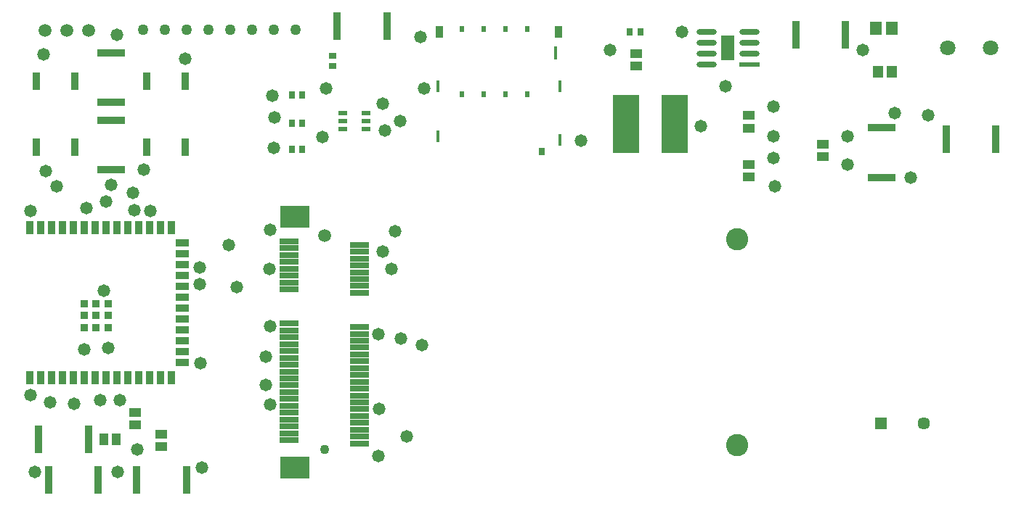
<source format=gts>
G04*
G04 #@! TF.GenerationSoftware,Altium Limited,Altium Designer,24.8.2 (39)*
G04*
G04 Layer_Color=8388736*
%FSLAX44Y44*%
%MOMM*%
G71*
G04*
G04 #@! TF.SameCoordinates,F9089647-E578-4EC2-B09E-D5C07AF86723*
G04*
G04*
G04 #@! TF.FilePolarity,Negative*
G04*
G01*
G75*
%ADD19R,0.9581X3.3062*%
%ADD20R,1.3562X1.0546*%
%ADD21R,1.0546X1.3562*%
%ADD22R,3.3062X0.9581*%
%ADD23R,0.8636X2.0066*%
%ADD24R,0.8890X0.8890*%
%ADD25R,0.8890X1.4986*%
%ADD26R,1.4986X0.8890*%
G04:AMPARAMS|DCode=27|XSize=2.3531mm|YSize=0.6221mm|CornerRadius=0.3111mm|HoleSize=0mm|Usage=FLASHONLY|Rotation=180.000|XOffset=0mm|YOffset=0mm|HoleType=Round|Shape=RoundedRectangle|*
%AMROUNDEDRECTD27*
21,1,2.3531,0.0000,0,0,180.0*
21,1,1.7310,0.6221,0,0,180.0*
1,1,0.6221,-0.8655,0.0000*
1,1,0.6221,0.8655,0.0000*
1,1,0.6221,0.8655,0.0000*
1,1,0.6221,-0.8655,0.0000*
%
%ADD27ROUNDEDRECTD27*%
%ADD31R,0.7581X0.8121*%
%ADD32R,1.4546X1.5562*%
%ADD33R,1.2546X1.4562*%
%ADD34R,0.6000X0.8000*%
%ADD35R,0.8000X0.8500*%
%ADD36R,0.4200X1.4000*%
%ADD37R,0.8700X1.4000*%
%ADD38R,0.4000X1.5000*%
%ADD39R,0.7500X0.9000*%
%ADD40R,0.9000X0.7500*%
%ADD41R,0.9779X0.6096*%
%ADD42R,2.3531X0.6221*%
%ADD43R,1.6038X2.8550*%
%ADD44R,3.0532X6.8032*%
%ADD45R,3.4032X2.5032*%
%ADD46R,2.2032X0.8032*%
%ADD47C,1.1032*%
%ADD48C,1.5032*%
%ADD49C,2.6032*%
%ADD50R,1.4500X1.4500*%
%ADD51C,1.4500*%
%ADD52C,1.8034*%
%ADD53C,1.2700*%
%ADD54C,1.4986*%
%ADD55C,1.4732*%
D19*
X23050Y77470D02*
D03*
X81090D02*
D03*
X34480Y30480D02*
D03*
X92520D02*
D03*
X137350D02*
D03*
X195390D02*
D03*
X371030Y560070D02*
D03*
X429070D02*
D03*
X1080960Y427990D02*
D03*
X1139000D02*
D03*
X905700Y549910D02*
D03*
X963740D02*
D03*
D20*
X135890Y108858D02*
D03*
Y94342D02*
D03*
X166370Y83458D02*
D03*
Y68942D02*
D03*
X720090Y513442D02*
D03*
Y527958D02*
D03*
X937260Y422548D02*
D03*
Y408032D02*
D03*
X850900Y455808D02*
D03*
Y441292D02*
D03*
Y398418D02*
D03*
Y383902D02*
D03*
D21*
X99422Y77470D02*
D03*
X113938D02*
D03*
D22*
X107950Y450660D02*
D03*
Y392620D02*
D03*
Y529400D02*
D03*
Y471360D02*
D03*
X1005840Y441770D02*
D03*
Y383730D02*
D03*
D23*
X148950Y418719D02*
D03*
X193950D02*
D03*
Y495681D02*
D03*
X148950D02*
D03*
X65680Y418719D02*
D03*
X20680D02*
D03*
Y495681D02*
D03*
X65680D02*
D03*
D24*
X104170Y222220D02*
D03*
Y236220D02*
D03*
Y208220D02*
D03*
X90170Y236220D02*
D03*
X76170D02*
D03*
X90170Y208220D02*
D03*
X76170Y222220D02*
D03*
X90170D02*
D03*
X76170Y208220D02*
D03*
D25*
X12970Y324720D02*
D03*
Y149720D02*
D03*
X25670D02*
D03*
Y324720D02*
D03*
X38370D02*
D03*
X51070D02*
D03*
X63770D02*
D03*
X76470D02*
D03*
X89170D02*
D03*
X101870D02*
D03*
X114570D02*
D03*
X127270D02*
D03*
X139970D02*
D03*
X152670D02*
D03*
X165370D02*
D03*
X178070D02*
D03*
Y149720D02*
D03*
X165370D02*
D03*
X152670D02*
D03*
X139970D02*
D03*
X127270D02*
D03*
X114570D02*
D03*
X101870D02*
D03*
X89170D02*
D03*
X76470D02*
D03*
X63770D02*
D03*
X51070D02*
D03*
X38370D02*
D03*
D26*
X190570Y307070D02*
D03*
Y294370D02*
D03*
Y281670D02*
D03*
Y268970D02*
D03*
Y256270D02*
D03*
Y243570D02*
D03*
Y230870D02*
D03*
Y218170D02*
D03*
Y205470D02*
D03*
Y192770D02*
D03*
Y180070D02*
D03*
Y167370D02*
D03*
D27*
X802004Y528320D02*
D03*
Y515620D02*
D03*
X851535Y528320D02*
D03*
Y541020D02*
D03*
Y553720D02*
D03*
X802004D02*
D03*
Y541020D02*
D03*
D31*
X712550Y553720D02*
D03*
X725090D02*
D03*
D32*
X999122Y557530D02*
D03*
X1017638D02*
D03*
D33*
X1001392Y506730D02*
D03*
X1017908D02*
D03*
D34*
X592470Y480640D02*
D03*
X567070D02*
D03*
X541670D02*
D03*
X516270D02*
D03*
X592470Y556840D02*
D03*
X567070D02*
D03*
X541670D02*
D03*
X516270D02*
D03*
D35*
X609870Y413640D02*
D03*
D36*
X631270Y427440D02*
D03*
Y490040D02*
D03*
X488970D02*
D03*
Y431440D02*
D03*
D37*
X490570Y553540D02*
D03*
X629570D02*
D03*
D38*
X625470Y528840D02*
D03*
D39*
X330470Y447200D02*
D03*
X318470D02*
D03*
Y416560D02*
D03*
X330470D02*
D03*
X318470Y480060D02*
D03*
X330470D02*
D03*
D40*
X365760Y513430D02*
D03*
Y525430D02*
D03*
D41*
X377508Y449580D02*
D03*
X404813Y459080D02*
D03*
Y449580D02*
D03*
Y440080D02*
D03*
X377508D02*
D03*
Y459080D02*
D03*
D42*
X851535Y515620D02*
D03*
D43*
X826770Y534670D02*
D03*
D44*
X708350Y445770D02*
D03*
X764850D02*
D03*
D45*
X321510Y44420D02*
D03*
Y337420D02*
D03*
D46*
X397510Y248920D02*
D03*
Y256920D02*
D03*
Y264920D02*
D03*
Y272920D02*
D03*
Y280920D02*
D03*
Y288920D02*
D03*
Y200920D02*
D03*
Y192920D02*
D03*
Y184920D02*
D03*
Y168920D02*
D03*
Y160920D02*
D03*
Y152920D02*
D03*
Y136920D02*
D03*
Y128920D02*
D03*
Y112920D02*
D03*
Y104920D02*
D03*
Y96920D02*
D03*
Y88920D02*
D03*
X315510Y76920D02*
D03*
Y84920D02*
D03*
Y92920D02*
D03*
Y100920D02*
D03*
Y148920D02*
D03*
Y156920D02*
D03*
Y180920D02*
D03*
Y188920D02*
D03*
Y204920D02*
D03*
Y308920D02*
D03*
Y300920D02*
D03*
Y292920D02*
D03*
Y284920D02*
D03*
Y268920D02*
D03*
Y260920D02*
D03*
Y212920D02*
D03*
Y124920D02*
D03*
Y116920D02*
D03*
X397510Y72920D02*
D03*
Y304920D02*
D03*
X315510Y132920D02*
D03*
Y108920D02*
D03*
Y164920D02*
D03*
Y172920D02*
D03*
Y140920D02*
D03*
Y196920D02*
D03*
Y252920D02*
D03*
Y276920D02*
D03*
X397510Y80920D02*
D03*
Y120920D02*
D03*
Y296920D02*
D03*
Y176920D02*
D03*
Y144920D02*
D03*
Y208920D02*
D03*
D47*
X356510Y65920D02*
D03*
D48*
Y315920D02*
D03*
D49*
X837370Y311360D02*
D03*
Y70910D02*
D03*
D50*
X1004970Y96520D02*
D03*
D51*
X1054970D02*
D03*
D52*
X1083310Y534670D02*
D03*
X1133310D02*
D03*
D53*
X144780Y556260D02*
D03*
X170180D02*
D03*
X195580D02*
D03*
X220980D02*
D03*
X297180D02*
D03*
X322580D02*
D03*
X271780D02*
D03*
X246380D02*
D03*
D54*
X55880Y554990D02*
D03*
X81280D02*
D03*
X30480D02*
D03*
D55*
X138430Y66040D02*
D03*
X213360Y44450D02*
D03*
X31750Y391160D02*
D03*
X19050Y39370D02*
D03*
X115570D02*
D03*
X95250Y123190D02*
D03*
X118110D02*
D03*
X44450Y373380D02*
D03*
X107950Y374650D02*
D03*
X146050Y392430D02*
D03*
X78740Y347980D02*
D03*
X133350Y365760D02*
D03*
X114300Y549910D02*
D03*
X194310Y521970D02*
D03*
X29210Y527050D02*
D03*
X64770Y119380D02*
D03*
X13970Y129540D02*
D03*
X36830Y120650D02*
D03*
X434340Y276860D02*
D03*
X444500Y449580D02*
D03*
X295910Y478790D02*
D03*
X297180Y417830D02*
D03*
X426720Y438150D02*
D03*
X298450Y453390D02*
D03*
X424180Y297180D02*
D03*
Y469900D02*
D03*
X689610Y532130D02*
D03*
X1021080Y458470D02*
D03*
X880110Y406400D02*
D03*
X795020Y443230D02*
D03*
X472440Y487680D02*
D03*
X468630Y547370D02*
D03*
X655320Y426720D02*
D03*
X358140Y487680D02*
D03*
X354330Y430530D02*
D03*
X824230Y490220D02*
D03*
X1060450Y455930D02*
D03*
X1040130Y383540D02*
D03*
X210820Y278130D02*
D03*
X99060Y251460D02*
D03*
X104140Y184150D02*
D03*
X76200Y182880D02*
D03*
X101600Y355600D02*
D03*
X153670Y344170D02*
D03*
X134620Y345440D02*
D03*
X966470Y398780D02*
D03*
Y431800D02*
D03*
X880110Y466330D02*
D03*
Y432040D02*
D03*
X210820Y259080D02*
D03*
X245110Y304800D02*
D03*
X254000Y255270D02*
D03*
X212090Y166370D02*
D03*
X293370Y209550D02*
D03*
X445770Y195580D02*
D03*
X469900Y187960D02*
D03*
X452120Y81280D02*
D03*
X419343Y200903D02*
D03*
X420370Y113030D02*
D03*
X419100Y58420D02*
D03*
X293370Y118110D02*
D03*
X288290Y140970D02*
D03*
Y173990D02*
D03*
X292100Y276860D02*
D03*
X293370Y322580D02*
D03*
X13970Y344170D02*
D03*
X881380Y373380D02*
D03*
X984250Y532130D02*
D03*
X773430Y553720D02*
D03*
X438792Y320943D02*
D03*
M02*

</source>
